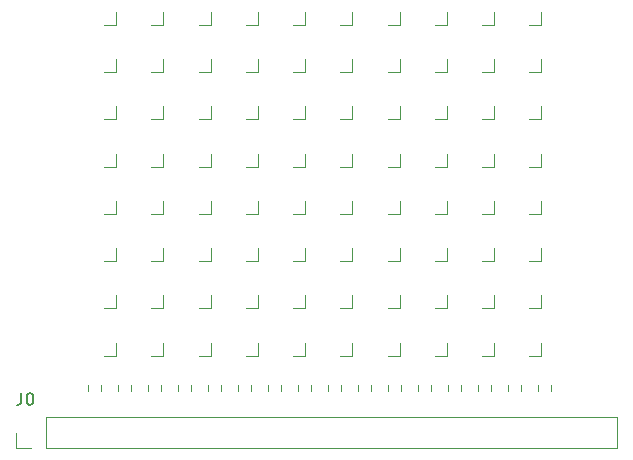
<source format=gbr>
%TF.GenerationSoftware,KiCad,Pcbnew,(6.0.10)*%
%TF.CreationDate,2023-01-20T23:09:19-08:00*%
%TF.ProjectId,pico8t,7069636f-3874-42e6-9b69-6361645f7063,rev?*%
%TF.SameCoordinates,Original*%
%TF.FileFunction,Legend,Top*%
%TF.FilePolarity,Positive*%
%FSLAX46Y46*%
G04 Gerber Fmt 4.6, Leading zero omitted, Abs format (unit mm)*
G04 Created by KiCad (PCBNEW (6.0.10)) date 2023-01-20 23:09:19*
%MOMM*%
%LPD*%
G01*
G04 APERTURE LIST*
%ADD10C,0.150000*%
%ADD11C,0.120000*%
G04 APERTURE END LIST*
D10*
%TO.C,J0*%
X37004666Y-47458380D02*
X37004666Y-48172666D01*
X36957047Y-48315523D01*
X36861809Y-48410761D01*
X36718952Y-48458380D01*
X36623714Y-48458380D01*
X37671333Y-47458380D02*
X37766571Y-47458380D01*
X37861809Y-47506000D01*
X37909428Y-47553619D01*
X37957047Y-47648857D01*
X38004666Y-47839333D01*
X38004666Y-48077428D01*
X37957047Y-48267904D01*
X37909428Y-48363142D01*
X37861809Y-48410761D01*
X37766571Y-48458380D01*
X37671333Y-48458380D01*
X37576095Y-48410761D01*
X37528476Y-48363142D01*
X37480857Y-48267904D01*
X37433238Y-48077428D01*
X37433238Y-47839333D01*
X37480857Y-47648857D01*
X37528476Y-47553619D01*
X37576095Y-47506000D01*
X37671333Y-47458380D01*
D11*
X37851000Y-52130000D02*
X36521000Y-52130000D01*
X39121000Y-49470000D02*
X87441000Y-49470000D01*
X87441000Y-52130000D02*
X87441000Y-49470000D01*
X39121000Y-52130000D02*
X87441000Y-52130000D01*
X36521000Y-52130000D02*
X36521000Y-50800000D01*
X39121000Y-52130000D02*
X39121000Y-49470000D01*
%TO.C,R7*%
X61482500Y-46735276D02*
X61482500Y-47244724D01*
X60437500Y-46735276D02*
X60437500Y-47244724D01*
%TO.C,R3*%
X51322500Y-46735276D02*
X51322500Y-47244724D01*
X50277500Y-46735276D02*
X50277500Y-47244724D01*
%TO.C,D42*%
X53010000Y-32280000D02*
X52010000Y-32280000D01*
X53010000Y-31180000D02*
X53010000Y-32280000D01*
%TO.C,D45*%
X65010000Y-31180000D02*
X65010000Y-32280000D01*
X65010000Y-32280000D02*
X64010000Y-32280000D01*
%TO.C,D51*%
X49010000Y-35180000D02*
X49010000Y-36280000D01*
X49010000Y-36280000D02*
X48010000Y-36280000D01*
%TO.C,R11*%
X70597500Y-46735276D02*
X70597500Y-47244724D01*
X71642500Y-46735276D02*
X71642500Y-47244724D01*
%TO.C,D76*%
X69010000Y-43180000D02*
X69010000Y-44280000D01*
X69010000Y-44280000D02*
X68010000Y-44280000D01*
%TO.C,D73*%
X57010000Y-44280000D02*
X56010000Y-44280000D01*
X57010000Y-43180000D02*
X57010000Y-44280000D01*
%TO.C,D61*%
X49010000Y-39180000D02*
X49010000Y-40280000D01*
X49010000Y-40280000D02*
X48010000Y-40280000D01*
%TO.C,D14*%
X61010000Y-20280000D02*
X60010000Y-20280000D01*
X61010000Y-19180000D02*
X61010000Y-20280000D01*
%TO.C,R6*%
X58942500Y-46735276D02*
X58942500Y-47244724D01*
X57897500Y-46735276D02*
X57897500Y-47244724D01*
%TO.C,D1*%
X49010000Y-16280000D02*
X48010000Y-16280000D01*
X49010000Y-15180000D02*
X49010000Y-16280000D01*
%TO.C,D24*%
X61010000Y-23180000D02*
X61010000Y-24280000D01*
X61010000Y-24280000D02*
X60010000Y-24280000D01*
%TO.C,D20*%
X45010000Y-24280000D02*
X44010000Y-24280000D01*
X45010000Y-23180000D02*
X45010000Y-24280000D01*
%TO.C,D33*%
X57010000Y-27180000D02*
X57010000Y-28280000D01*
X57010000Y-28280000D02*
X56010000Y-28280000D01*
%TO.C,D7*%
X73010000Y-16280000D02*
X72010000Y-16280000D01*
X73010000Y-15180000D02*
X73010000Y-16280000D01*
%TO.C,D59*%
X81010000Y-35180000D02*
X81010000Y-36280000D01*
X81010000Y-36280000D02*
X80010000Y-36280000D01*
%TO.C,D2*%
X53010000Y-16280000D02*
X52010000Y-16280000D01*
X53010000Y-15180000D02*
X53010000Y-16280000D01*
%TO.C,D5*%
X65010000Y-16280000D02*
X64010000Y-16280000D01*
X65010000Y-15180000D02*
X65010000Y-16280000D01*
%TO.C,D50*%
X45010000Y-35180000D02*
X45010000Y-36280000D01*
X45010000Y-36280000D02*
X44010000Y-36280000D01*
%TO.C,D9*%
X81010000Y-16280000D02*
X80010000Y-16280000D01*
X81010000Y-15180000D02*
X81010000Y-16280000D01*
%TO.C,D22*%
X53010000Y-24280000D02*
X52010000Y-24280000D01*
X53010000Y-23180000D02*
X53010000Y-24280000D01*
%TO.C,D28*%
X77010000Y-24280000D02*
X76010000Y-24280000D01*
X77010000Y-23180000D02*
X77010000Y-24280000D01*
%TO.C,D46*%
X69010000Y-31180000D02*
X69010000Y-32280000D01*
X69010000Y-32280000D02*
X68010000Y-32280000D01*
%TO.C,D17*%
X73010000Y-20280000D02*
X72010000Y-20280000D01*
X73010000Y-19180000D02*
X73010000Y-20280000D01*
%TO.C,D29*%
X81010000Y-24280000D02*
X80010000Y-24280000D01*
X81010000Y-23180000D02*
X81010000Y-24280000D01*
%TO.C,D18*%
X77010000Y-20280000D02*
X76010000Y-20280000D01*
X77010000Y-19180000D02*
X77010000Y-20280000D01*
%TO.C,D37*%
X73010000Y-27180000D02*
X73010000Y-28280000D01*
X73010000Y-28280000D02*
X72010000Y-28280000D01*
%TO.C,D56*%
X69010000Y-36280000D02*
X68010000Y-36280000D01*
X69010000Y-35180000D02*
X69010000Y-36280000D01*
%TO.C,D19*%
X81010000Y-20280000D02*
X80010000Y-20280000D01*
X81010000Y-19180000D02*
X81010000Y-20280000D01*
%TO.C,R4*%
X53862500Y-46735276D02*
X53862500Y-47244724D01*
X52817500Y-46735276D02*
X52817500Y-47244724D01*
%TO.C,D53*%
X57010000Y-36280000D02*
X56010000Y-36280000D01*
X57010000Y-35180000D02*
X57010000Y-36280000D01*
%TO.C,D47*%
X73010000Y-32280000D02*
X72010000Y-32280000D01*
X73010000Y-31180000D02*
X73010000Y-32280000D01*
%TO.C,D69*%
X81010000Y-40280000D02*
X80010000Y-40280000D01*
X81010000Y-39180000D02*
X81010000Y-40280000D01*
%TO.C,D67*%
X73010000Y-40280000D02*
X72010000Y-40280000D01*
X73010000Y-39180000D02*
X73010000Y-40280000D01*
%TO.C,D43*%
X57010000Y-32280000D02*
X56010000Y-32280000D01*
X57010000Y-31180000D02*
X57010000Y-32280000D01*
%TO.C,D68*%
X77010000Y-40280000D02*
X76010000Y-40280000D01*
X77010000Y-39180000D02*
X77010000Y-40280000D01*
%TO.C,D58*%
X77010000Y-35180000D02*
X77010000Y-36280000D01*
X77010000Y-36280000D02*
X76010000Y-36280000D01*
%TO.C,D64*%
X61010000Y-39180000D02*
X61010000Y-40280000D01*
X61010000Y-40280000D02*
X60010000Y-40280000D01*
%TO.C,D71*%
X49010000Y-44280000D02*
X48010000Y-44280000D01*
X49010000Y-43180000D02*
X49010000Y-44280000D01*
%TO.C,D0*%
X45010000Y-15180000D02*
X45010000Y-16280000D01*
X45010000Y-16280000D02*
X44010000Y-16280000D01*
%TO.C,D26*%
X69010000Y-23180000D02*
X69010000Y-24280000D01*
X69010000Y-24280000D02*
X68010000Y-24280000D01*
%TO.C,D4*%
X61010000Y-15180000D02*
X61010000Y-16280000D01*
X61010000Y-16280000D02*
X60010000Y-16280000D01*
%TO.C,D40*%
X45010000Y-31180000D02*
X45010000Y-32280000D01*
X45010000Y-32280000D02*
X44010000Y-32280000D01*
%TO.C,R12*%
X74182500Y-46735276D02*
X74182500Y-47244724D01*
X73137500Y-46735276D02*
X73137500Y-47244724D01*
%TO.C,D60*%
X45010000Y-39180000D02*
X45010000Y-40280000D01*
X45010000Y-40280000D02*
X44010000Y-40280000D01*
%TO.C,D31*%
X49010000Y-28280000D02*
X48010000Y-28280000D01*
X49010000Y-27180000D02*
X49010000Y-28280000D01*
%TO.C,D36*%
X69010000Y-27180000D02*
X69010000Y-28280000D01*
X69010000Y-28280000D02*
X68010000Y-28280000D01*
%TO.C,D52*%
X53010000Y-36280000D02*
X52010000Y-36280000D01*
X53010000Y-35180000D02*
X53010000Y-36280000D01*
%TO.C,R0*%
X43702500Y-46735276D02*
X43702500Y-47244724D01*
X42657500Y-46735276D02*
X42657500Y-47244724D01*
%TO.C,D39*%
X81010000Y-27180000D02*
X81010000Y-28280000D01*
X81010000Y-28280000D02*
X80010000Y-28280000D01*
%TO.C,D49*%
X81010000Y-32280000D02*
X80010000Y-32280000D01*
X81010000Y-31180000D02*
X81010000Y-32280000D01*
%TO.C,D38*%
X77010000Y-27180000D02*
X77010000Y-28280000D01*
X77010000Y-28280000D02*
X76010000Y-28280000D01*
%TO.C,R15*%
X80757500Y-46735276D02*
X80757500Y-47244724D01*
X81802500Y-46735276D02*
X81802500Y-47244724D01*
%TO.C,D62*%
X53010000Y-40280000D02*
X52010000Y-40280000D01*
X53010000Y-39180000D02*
X53010000Y-40280000D01*
%TO.C,R8*%
X62977500Y-46735276D02*
X62977500Y-47244724D01*
X64022500Y-46735276D02*
X64022500Y-47244724D01*
%TO.C,D8*%
X77010000Y-15180000D02*
X77010000Y-16280000D01*
X77010000Y-16280000D02*
X76010000Y-16280000D01*
%TO.C,D34*%
X61010000Y-27180000D02*
X61010000Y-28280000D01*
X61010000Y-28280000D02*
X60010000Y-28280000D01*
%TO.C,R2*%
X48782500Y-46735276D02*
X48782500Y-47244724D01*
X47737500Y-46735276D02*
X47737500Y-47244724D01*
%TO.C,D55*%
X65010000Y-36280000D02*
X64010000Y-36280000D01*
X65010000Y-35180000D02*
X65010000Y-36280000D01*
%TO.C,D75*%
X65010000Y-44280000D02*
X64010000Y-44280000D01*
X65010000Y-43180000D02*
X65010000Y-44280000D01*
%TO.C,D74*%
X61010000Y-44280000D02*
X60010000Y-44280000D01*
X61010000Y-43180000D02*
X61010000Y-44280000D01*
%TO.C,D70*%
X45010000Y-44280000D02*
X44010000Y-44280000D01*
X45010000Y-43180000D02*
X45010000Y-44280000D01*
%TO.C,D54*%
X61010000Y-36280000D02*
X60010000Y-36280000D01*
X61010000Y-35180000D02*
X61010000Y-36280000D01*
%TO.C,D25*%
X65010000Y-24280000D02*
X64010000Y-24280000D01*
X65010000Y-23180000D02*
X65010000Y-24280000D01*
%TO.C,D66*%
X69010000Y-39180000D02*
X69010000Y-40280000D01*
X69010000Y-40280000D02*
X68010000Y-40280000D01*
%TO.C,D12*%
X53010000Y-19180000D02*
X53010000Y-20280000D01*
X53010000Y-20280000D02*
X52010000Y-20280000D01*
%TO.C,R10*%
X68057500Y-46735276D02*
X68057500Y-47244724D01*
X69102500Y-46735276D02*
X69102500Y-47244724D01*
%TO.C,D13*%
X57010000Y-20280000D02*
X56010000Y-20280000D01*
X57010000Y-19180000D02*
X57010000Y-20280000D01*
%TO.C,D48*%
X77010000Y-32280000D02*
X76010000Y-32280000D01*
X77010000Y-31180000D02*
X77010000Y-32280000D01*
%TO.C,D63*%
X57010000Y-40280000D02*
X56010000Y-40280000D01*
X57010000Y-39180000D02*
X57010000Y-40280000D01*
%TO.C,R1*%
X46242500Y-46735276D02*
X46242500Y-47244724D01*
X45197500Y-46735276D02*
X45197500Y-47244724D01*
%TO.C,D44*%
X61010000Y-32280000D02*
X60010000Y-32280000D01*
X61010000Y-31180000D02*
X61010000Y-32280000D01*
%TO.C,D16*%
X69010000Y-19180000D02*
X69010000Y-20280000D01*
X69010000Y-20280000D02*
X68010000Y-20280000D01*
%TO.C,D6*%
X69010000Y-15180000D02*
X69010000Y-16280000D01*
X69010000Y-16280000D02*
X68010000Y-16280000D01*
%TO.C,D10*%
X45010000Y-19180000D02*
X45010000Y-20280000D01*
X45010000Y-20280000D02*
X44010000Y-20280000D01*
%TO.C,D79*%
X81010000Y-43180000D02*
X81010000Y-44280000D01*
X81010000Y-44280000D02*
X80010000Y-44280000D01*
%TO.C,D65*%
X65010000Y-39180000D02*
X65010000Y-40280000D01*
X65010000Y-40280000D02*
X64010000Y-40280000D01*
%TO.C,D57*%
X73010000Y-36280000D02*
X72010000Y-36280000D01*
X73010000Y-35180000D02*
X73010000Y-36280000D01*
%TO.C,D78*%
X77010000Y-44280000D02*
X76010000Y-44280000D01*
X77010000Y-43180000D02*
X77010000Y-44280000D01*
%TO.C,D32*%
X53010000Y-27180000D02*
X53010000Y-28280000D01*
X53010000Y-28280000D02*
X52010000Y-28280000D01*
%TO.C,D27*%
X73010000Y-24280000D02*
X72010000Y-24280000D01*
X73010000Y-23180000D02*
X73010000Y-24280000D01*
%TO.C,D15*%
X65010000Y-20280000D02*
X64010000Y-20280000D01*
X65010000Y-19180000D02*
X65010000Y-20280000D01*
%TO.C,R5*%
X56402500Y-46735276D02*
X56402500Y-47244724D01*
X55357500Y-46735276D02*
X55357500Y-47244724D01*
%TO.C,D30*%
X45010000Y-27180000D02*
X45010000Y-28280000D01*
X45010000Y-28280000D02*
X44010000Y-28280000D01*
%TO.C,D41*%
X49010000Y-32280000D02*
X48010000Y-32280000D01*
X49010000Y-31180000D02*
X49010000Y-32280000D01*
%TO.C,D35*%
X65010000Y-27180000D02*
X65010000Y-28280000D01*
X65010000Y-28280000D02*
X64010000Y-28280000D01*
%TO.C,D3*%
X57010000Y-15180000D02*
X57010000Y-16280000D01*
X57010000Y-16280000D02*
X56010000Y-16280000D01*
%TO.C,D21*%
X49010000Y-23180000D02*
X49010000Y-24280000D01*
X49010000Y-24280000D02*
X48010000Y-24280000D01*
%TO.C,D23*%
X57010000Y-23180000D02*
X57010000Y-24280000D01*
X57010000Y-24280000D02*
X56010000Y-24280000D01*
%TO.C,D77*%
X73010000Y-43180000D02*
X73010000Y-44280000D01*
X73010000Y-44280000D02*
X72010000Y-44280000D01*
%TO.C,R13*%
X75677500Y-46735276D02*
X75677500Y-47244724D01*
X76722500Y-46735276D02*
X76722500Y-47244724D01*
%TO.C,D11*%
X49010000Y-20280000D02*
X48010000Y-20280000D01*
X49010000Y-19180000D02*
X49010000Y-20280000D01*
%TO.C,R14*%
X79262500Y-46735276D02*
X79262500Y-47244724D01*
X78217500Y-46735276D02*
X78217500Y-47244724D01*
%TO.C,R9*%
X65517500Y-46735276D02*
X65517500Y-47244724D01*
X66562500Y-46735276D02*
X66562500Y-47244724D01*
%TO.C,D72*%
X53010000Y-43180000D02*
X53010000Y-44280000D01*
X53010000Y-44280000D02*
X52010000Y-44280000D01*
%TD*%
M02*

</source>
